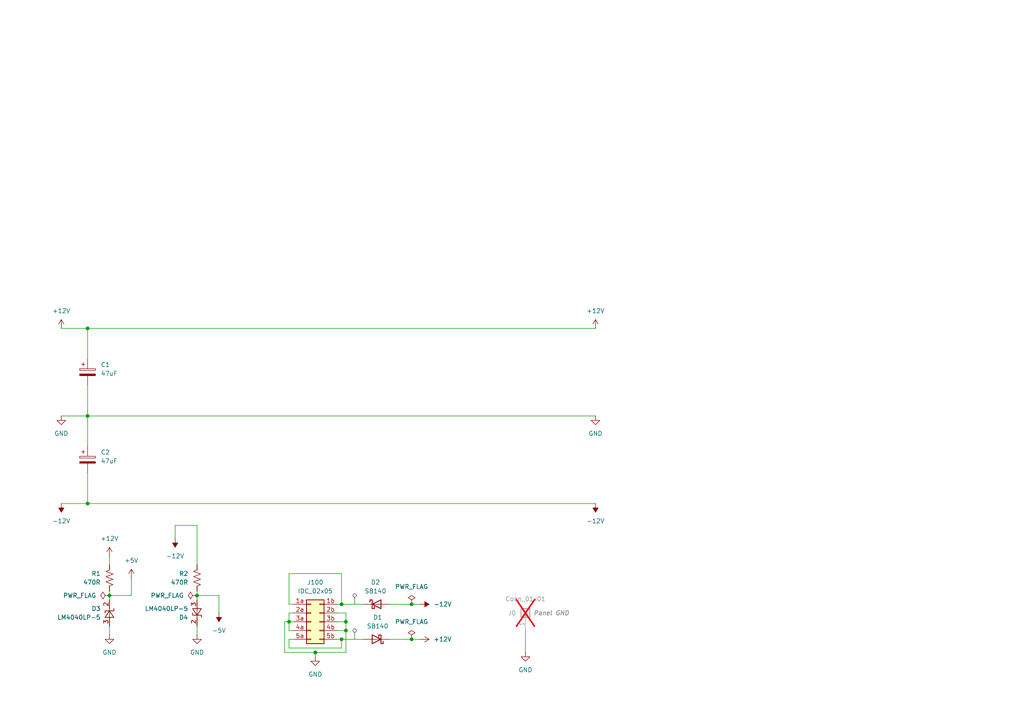
<source format=kicad_sch>
(kicad_sch (version 20250114) (generator "eeschema") (generator_version "9.0")
  (paper "A4")
  (title_block (title "Power Distribution") (company "DMH Instruments") (comment 1 "PCB for 10cm Kosmo format synthesizer module"))
  (lib_symbols
    (symbol "Connector_Generic:Conn_01x01" (pin_names (offset 1.016) (hide yes))
      (property "Reference" "J" (at 0 2.54 0))
      (property "Value" "Conn_01x01" (at 0 -2.54 0))
      (symbol "Conn_01x01_1_1"
        (rectangle (start -1.27 1.27) (end 1.27 -1.27) (stroke (width 0.254)) (fill (type background)))
        (rectangle (start -1.27 0.127) (end 0 -0.127) (stroke (width 0.1524)))
        (pin passive line (at -5.08 0 0) (length 3.81) (name "Pin_1") (number "1"))
      )
    )
    (symbol "Device:C_Polarized" (pin_numbers (hide yes)) (pin_names (offset 0.254))
      (property "Reference" "C" (at 0.635 2.54 0))
      (property "Value" "C_Polarized" (at 0.635 -2.54 0))
      (symbol "C_Polarized_0_1"
        (rectangle (start -2.286 0.508) (end 2.286 1.016))
        (polyline (pts (xy -1.778 2.286) (xy -0.762 2.286)))
        (polyline (pts (xy -1.27 2.794) (xy -1.27 1.778)))
        (rectangle (start 2.286 -0.508) (end -2.286 -1.016) (fill (type outline)))
      )
      (symbol "C_Polarized_1_1"
        (pin passive line (at 0 3.81 270) (length 2.794) (name "~") (number "1"))
        (pin passive line (at 0 -3.81 90) (length 2.794) (name "~") (number "2"))
      )
    )
    (symbol "Device:R_US" (pin_numbers (hide yes)) (pin_names (offset 0))
      (property "Reference" "R" (at 2.54 0 90))
      (property "Value" "R_US" (at -2.54 0 90))
      (symbol "R_US_0_1"
        (polyline (pts (xy 0 2.286) (xy 0 2.54)))
        (polyline (pts (xy 0 2.286) (xy 1.016 1.905) (xy 0 1.524) (xy -1.016 1.143) (xy 0 0.762)))
        (polyline (pts (xy 0 0.762) (xy 1.016 0.381) (xy 0 0) (xy -1.016 -0.381) (xy 0 -0.762)))
        (polyline (pts (xy 0 -0.762) (xy 1.016 -1.143) (xy 0 -1.524) (xy -1.016 -1.905) (xy 0 -2.286)))
        (polyline (pts (xy 0 -2.286) (xy 0 -2.54)))
      )
      (symbol "R_US_1_1"
        (pin passive line (at 0 3.81 270) (length 1.27) (name "~") (number "1"))
        (pin passive line (at 0 -3.81 90) (length 1.27) (name "~") (number "2"))
      )
    )
    (symbol "Diode:SB140" (pin_numbers (hide yes)) (pin_names (offset 1.016) (hide yes))
      (property "Reference" "D" (at 0 2.54 0))
      (property "Value" "SB140" (at 0 -2.54 0))
      (symbol "SB140_0_1"
        (polyline (pts (xy -1.905 0.635) (xy -1.905 1.27) (xy -1.27 1.27) (xy -1.27 -1.27) (xy -0.635 -1.27) (xy -0.635 -0.635)) (stroke (width 0.254)))
        (polyline (pts (xy 1.27 1.27) (xy 1.27 -1.27) (xy -1.27 0) (xy 1.27 1.27)) (stroke (width 0.254)))
        (polyline (pts (xy 1.27 0) (xy -1.27 0)))
      )
      (symbol "SB140_1_1"
        (pin passive line (at -3.81 0 0) (length 2.54) (name "K") (number "1"))
        (pin passive line (at 3.81 0 180) (length 2.54) (name "A") (number "2"))
      )
    )
    (symbol "Reference_Voltage:LM4040LP-5" (pin_names (offset 0.0254) (hide yes))
      (property "Reference" "U" (at 0 2.54 0))
      (property "Value" "LM4040LP-5" (at 0 -3.175 0))
      (symbol "LM4040LP-5_0_1"
        (polyline (pts (xy -1.27 0) (xy 0 0) (xy 1.27 0)))
        (polyline (pts (xy -1.27 -1.27) (xy 0.635 0) (xy -1.27 1.27) (xy -1.27 -1.27)) (stroke (width 0.2032)))
        (polyline (pts (xy 0 -1.27) (xy 0.635 -1.27) (xy 0.635 1.27) (xy 1.27 1.27)) (stroke (width 0.2032)))
      )
      (symbol "LM4040LP-5_1_1"
        (pin passive line (at -3.81 0 0) (length 2.54) (name "A") (number "3"))
        (pin passive line (at 3.81 0 180) (length 2.54) (name "K") (number "2"))
      )
    )
    (symbol "SynthStuff:Eurorack_Power_Connector_10Pin" (pin_names (offset 1.016) (hide yes))
      (property "Reference" "J" (at 0 -10.922 0))
      (property "Value" "IDC_02x05" (at 0 -8.382 0))
      (symbol "Eurorack_Power_Connector_10Pin_1_1"
        (rectangle (start -2.54 6.35) (end 2.54 -6.35) (stroke (width 0.254)) (fill (type background)))
        (rectangle (start -2.54 5.207) (end -1.27 4.953) (stroke (width 0.1524)))
        (rectangle (start -2.54 2.667) (end -1.27 2.413) (stroke (width 0.1524)))
        (rectangle (start -2.54 0.127) (end -1.27 -0.127) (stroke (width 0.1524)))
        (rectangle (start -2.54 -2.413) (end -1.27 -2.667) (stroke (width 0.1524)))
        (rectangle (start -2.54 -4.953) (end -1.27 -5.207) (stroke (width 0.1524)))
        (rectangle (start 2.54 5.207) (end 1.27 4.953) (stroke (width 0.1524)))
        (rectangle (start 2.54 2.667) (end 1.27 2.413) (stroke (width 0.1524)))
        (rectangle (start 2.54 0.127) (end 1.27 -0.127) (stroke (width 0.1524)))
        (rectangle (start 2.54 -2.413) (end 1.27 -2.667) (stroke (width 0.1524)))
        (rectangle (start 2.54 -4.953) (end 1.27 -5.207) (stroke (width 0.1524)))
        (pin power_out line (at -6.35 5.08 0) (length 3.81) (name "Pin_1a") (number "1a"))
        (pin power_out line (at -6.35 2.54 0) (length 3.81) (name "Pin_2a") (number "2a"))
        (pin passive line (at -6.35 0 0) (length 3.81) (name "Pin_3a") (number "3a"))
        (pin passive line (at -6.35 -2.54 0) (length 3.81) (name "Pin_4a") (number "4a"))
        (pin power_out line (at -6.35 -5.08 0) (length 3.81) (name "Pin_5a") (number "5a"))
        (pin passive line (at 6.35 5.08 180) (length 3.81) (name "Pin_1b") (number "1b"))
        (pin passive line (at 6.35 2.54 180) (length 3.81) (name "Pin_2b") (number "2b"))
        (pin passive line (at 6.35 0 180) (length 3.81) (name "Pin_3b") (number "3b"))
        (pin passive line (at 6.35 -2.54 180) (length 3.81) (name "Pin_4b") (number "4b"))
        (pin passive line (at 6.35 -5.08 180) (length 3.81) (name "Pin_5b") (number "5b"))
      )
    )
    (symbol "power:+12V" (power) (pin_numbers (hide yes)) (pin_names (offset 0) (hide yes))
      (property "Value" "+12V" (at 0 3.556 0))
      (symbol "+12V_0_1"
        (polyline (pts (xy -0.762 1.27) (xy 0 2.54)))
        (polyline (pts (xy 0 2.54) (xy 0.762 1.27)))
        (polyline (pts (xy 0 0) (xy 0 2.54)))
      )
      (symbol "+12V_1_1"
        (pin power_in line (at 0 0 90) (length 0) (name "~") (number "1"))
      )
    )
    (symbol "power:+5V" (power) (pin_numbers (hide yes)) (pin_names (offset 0) (hide yes))
      (property "Value" "+5V" (at 0 3.556 0))
      (symbol "+5V_0_1"
        (polyline (pts (xy -0.762 1.27) (xy 0 2.54)))
        (polyline (pts (xy 0 2.54) (xy 0.762 1.27)))
        (polyline (pts (xy 0 0) (xy 0 2.54)))
      )
      (symbol "+5V_1_1"
        (pin power_in line (at 0 0 90) (length 0) (name "~") (number "1"))
      )
    )
    (symbol "power:-12V" (power) (pin_numbers (hide yes)) (pin_names (offset 0) (hide yes))
      (property "Value" "-12V" (at 0 3.556 0))
      (symbol "-12V_0_0"
        (pin power_in line (at 0 0 90) (length 0) (name "~") (number "1"))
      )
      (symbol "-12V_0_1"
        (polyline (pts (xy 0 0) (xy 0 1.27) (xy 0.762 1.27) (xy 0 2.54) (xy -0.762 1.27) (xy 0 1.27)) (fill (type outline)))
      )
    )
    (symbol "power:-5V" (power) (pin_numbers (hide yes)) (pin_names (offset 0) (hide yes))
      (property "Value" "-5V" (at 0 3.556 0))
      (symbol "-5V_0_0"
        (pin power_in line (at 0 0 90) (length 0) (name "~") (number "1"))
      )
      (symbol "-5V_0_1"
        (polyline (pts (xy 0 0) (xy 0 1.27) (xy 0.762 1.27) (xy 0 2.54) (xy -0.762 1.27) (xy 0 1.27)) (fill (type outline)))
      )
    )
    (symbol "power:GND" (power) (pin_numbers (hide yes)) (pin_names (offset 0) (hide yes))
      (property "Value" "GND" (at 0 -3.81 0))
      (symbol "GND_0_1"
        (polyline (pts (xy 0 0) (xy 0 -1.27) (xy 1.27 -1.27) (xy 0 -2.54) (xy -1.27 -1.27) (xy 0 -1.27)))
      )
      (symbol "GND_1_1"
        (pin power_in line (at 0 0 270) (length 0) (name "~") (number "1"))
      )
    )
    (symbol "power:PWR_FLAG" (power) (pin_numbers (hide yes)) (pin_names (offset 0) (hide yes))
      (property "Value" "PWR_FLAG" (at 0 3.81 0))
      (symbol "PWR_FLAG_0_0"
        (pin power_out line (at 0 0 90) (length 0) (name "~") (number "1"))
      )
      (symbol "PWR_FLAG_0_1"
        (polyline (pts (xy 0 0) (xy 0 1.27) (xy -1.016 1.905) (xy 0 2.54) (xy 1.016 1.905) (xy 0 1.27)))
      )
    )
  )
  (junction (at 119.38 175.26))
  (junction (at 25.4 146.05))
  (junction (at 100.33 182.88))
  (junction (at 57.15 172.72))
  (junction (at 99.06 175.26))
  (junction (at 83.82 180.34))
  (junction (at 119.38 185.42))
  (junction (at 99.06 185.42))
  (junction (at 31.75 172.72))
  (junction (at 100.33 180.34))
  (junction (at 25.4 120.65))
  (junction (at 25.4 95.25))
  (junction (at 91.44 189.23))
  (wire (pts (xy 83.82 175.26) (xy 83.82 166.37)))
  (wire (pts (xy 100.33 182.88) (xy 100.33 180.34)))
  (wire (pts (xy 25.4 146.05) (xy 172.72 146.05)))
  (wire (pts (xy 100.33 177.8) (xy 100.33 180.34)))
  (wire (pts (xy 63.5 172.72) (xy 57.15 172.72)))
  (wire (pts (xy 99.06 166.37) (xy 99.06 175.26)))
  (wire (pts (xy 17.78 120.65) (xy 25.4 120.65)))
  (wire (pts (xy 83.82 180.34) (xy 85.09 180.34)))
  (wire (pts (xy 38.1 172.72) (xy 31.75 172.72)))
  (wire (pts (xy 99.06 185.42) (xy 105.41 185.42)))
  (wire (pts (xy 97.79 177.8) (xy 100.33 177.8)))
  (wire (pts (xy 57.15 181.61) (xy 57.15 184.15)))
  (wire (pts (xy 83.82 180.34) (xy 83.82 177.8)))
  (wire (pts (xy 31.75 171.45) (xy 31.75 172.72)))
  (wire (pts (xy 113.03 185.42) (xy 119.38 185.42)))
  (wire (pts (xy 99.06 187.96) (xy 99.06 185.42)))
  (wire (pts (xy 91.44 189.23) (xy 100.33 189.23)))
  (wire (pts (xy 25.4 95.25) (xy 25.4 104.14)))
  (wire (pts (xy 83.82 166.37) (xy 99.06 166.37)))
  (wire (pts (xy 99.06 175.26) (xy 105.41 175.26)))
  (wire (pts (xy 119.38 175.26) (xy 121.92 175.26)))
  (wire (pts (xy 100.33 189.23) (xy 100.33 182.88)))
  (wire (pts (xy 17.78 95.25) (xy 25.4 95.25)))
  (wire (pts (xy 83.82 187.96) (xy 99.06 187.96)))
  (wire (pts (xy 31.75 172.72) (xy 31.75 173.99)))
  (wire (pts (xy 31.75 181.61) (xy 31.75 184.15)))
  (wire (pts (xy 63.5 172.72) (xy 63.5 177.8)))
  (wire (pts (xy 25.4 95.25) (xy 172.72 95.25)))
  (wire (pts (xy 85.09 175.26) (xy 83.82 175.26)))
  (wire (pts (xy 97.79 185.42) (xy 99.06 185.42)))
  (wire (pts (xy 83.82 177.8) (xy 85.09 177.8)))
  (wire (pts (xy 152.4 182.88) (xy 152.4 189.23)))
  (wire (pts (xy 119.38 185.42) (xy 121.92 185.42)))
  (wire (pts (xy 85.09 182.88) (xy 83.82 182.88)))
  (wire (pts (xy 50.8 152.4) (xy 50.8 156.21)))
  (wire (pts (xy 83.82 182.88) (xy 83.82 180.34)))
  (wire (pts (xy 31.75 161.29) (xy 31.75 163.83)))
  (wire (pts (xy 25.4 111.76) (xy 25.4 120.65)))
  (wire (pts (xy 25.4 120.65) (xy 25.4 129.54)))
  (wire (pts (xy 85.09 185.42) (xy 83.82 185.42)))
  (wire (pts (xy 57.15 172.72) (xy 57.15 173.99)))
  (wire (pts (xy 38.1 167.64) (xy 38.1 172.72)))
  (wire (pts (xy 57.15 152.4) (xy 50.8 152.4)))
  (wire (pts (xy 97.79 175.26) (xy 99.06 175.26)))
  (wire (pts (xy 91.44 189.23) (xy 91.44 190.5)))
  (wire (pts (xy 57.15 152.4) (xy 57.15 163.83)))
  (wire (pts (xy 57.15 171.45) (xy 57.15 172.72)))
  (wire (pts (xy 83.82 185.42) (xy 83.82 187.96)))
  (wire (pts (xy 97.79 180.34) (xy 100.33 180.34)))
  (wire (pts (xy 25.4 137.16) (xy 25.4 146.05)))
  (wire (pts (xy 97.79 182.88) (xy 100.33 182.88)))
  (wire (pts (xy 113.03 175.26) (xy 119.38 175.26)))
  (wire (pts (xy 83.82 180.34) (xy 82.55 180.34)))
  (wire (pts (xy 82.55 189.23) (xy 91.44 189.23)))
  (wire (pts (xy 17.78 146.05) (xy 25.4 146.05)))
  (wire (pts (xy 82.55 180.34) (xy 82.55 189.23)))
  (wire (pts (xy 25.4 120.65) (xy 172.72 120.65)))
  (netclass_flag "" (length 2.54) (shape round) (at 102.87 175.26 0) (property "Netclass" "Power" (effects (hide yes))))
  (netclass_flag "" (length 2.54) (shape round) (at 102.87 185.42 0) (property "Netclass" "Power" (effects (hide yes))))
  (symbol (lib_id "Diode:SB140") (at 109.22 175.26 0) (unit 1)
    (property "Reference" "D2" (at 108.9025 168.91 0))
    (property "Value" "SB140" (at 108.9025 171.45 0))
    (property "Footprint" "Diode_THT:D_DO-41_SOD81_P10.16mm_Horizontal" (effects (hide yes)))
    (property "Datasheet" "http://www.diodes.com/_files/datasheets/ds23022.pdf" (effects (hide yes)))
    (property "Description" "40V 1A Schottky Barrier Rectifier Diode, DO-41" (effects (hide yes)))
  )
  (symbol (lib_id "Device:C_Polarized") (at 25.4 133.35 0) (unit 1)
    (property "Reference" "C2" (at 29.21 131.1909 0) (effects (justify left)))
    (property "Value" "47uF" (at 29.21 133.7309 0) (effects (justify left)))
    (property "Footprint" "Capacitor_THT:CP_Radial_D5.0mm_P2.00mm" (effects (hide yes)))
    (property "Description" "Polarized capacitor" (effects (hide yes)))
  )
  (symbol (lib_id "power:+12V") (at 17.78 95.25 0) (unit 1)
    (property "Reference" "#PWR013" (effects (hide yes)))
    (property "Value" "+12V" (at 17.78 90.17 0))
    (property "Description" "Power symbol creates a global label with name \"+12V\"" (effects (hide yes)))
  )
  (symbol (lib_id "Reference_Voltage:LM4040LP-5") (at 57.15 177.8 270) (unit 1)
    (property "Reference" "D4" (at 54.61 179.0701 90) (effects (justify right)))
    (property "Value" "LM4040LP-5" (at 54.61 176.5301 90) (effects (justify right)))
    (property "Footprint" "Package_TO_SOT_THT:TO-92_Inline" (effects (hide yes)))
    (property "Datasheet" "http://www.ti.com/lit/ds/symlink/lm4040-n.pdf" (effects (hide yes)))
    (property "Description" "5.000V Precision Micropower Shunt Voltage Reference, TO-92" (effects (hide yes)))
  )
  (symbol (lib_id "power:-12V") (at 121.92 175.26 270) (unit 1)
    (property "Reference" "#PWR06" (effects (hide yes)))
    (property "Value" "-12V" (at 125.73 175.2599 90) (effects (justify left)))
    (property "Description" "Power symbol creates a global label with name \"-12V\"" (effects (hide yes)))
  )
  (symbol (lib_id "power:-12V") (at 17.78 146.05 180) (unit 1)
    (property "Reference" "#PWR017" (effects (hide yes)))
    (property "Value" "-12V" (at 17.78 151.13 0))
    (property "Description" "Power symbol creates a global label with name \"-12V\"" (effects (hide yes)))
  )
  (symbol (lib_id "Device:R_US") (at 31.75 167.64 0) (mirror y) (unit 1) (on_board no)
    (property "Reference" "R1" (at 29.21 166.3699 0) (effects (justify left)))
    (property "Value" "470R" (at 29.21 168.9099 0) (effects (justify left)))
    (property "Footprint" "Resistor_THT:R_Axial_DIN0207_L6.3mm_D2.5mm_P7.62mm_Horizontal" (effects (hide yes)))
    (property "Description" "Resistor, US symbol" (effects (hide yes)))
  )
  (symbol (lib_id "power:GND") (at 152.4 189.23 0) (unit 1)
    (property "Reference" "#PWR08" (effects (hide yes)))
    (property "Value" "GND" (at 152.4 194.31 0))
    (property "Description" "Power symbol creates a global label with name \"GND\" , ground" (effects (hide yes)))
  )
  (symbol (lib_id "power:GND") (at 57.15 184.15 0) (unit 1)
    (property "Reference" "#PWR010" (effects (hide yes)))
    (property "Value" "GND" (at 57.15 189.23 0))
    (property "Description" "Power symbol creates a global label with name \"GND\" , ground" (effects (hide yes)))
  )
  (symbol (lib_id "power:-5V") (at 63.5 177.8 180) (unit 1)
    (property "Reference" "#PWR04" (effects (hide yes)))
    (property "Value" "-5V" (at 63.5 182.88 0))
    (property "Description" "Power symbol creates a global label with name \"-5V\"" (effects (hide yes)))
  )
  (symbol (lib_id "Connector_Generic:Conn_01x01") (at 152.4 177.8 90) (unit 1) (in_bom no) (dnp yes)
    (property "Reference" "J0" (at 147.32 177.8 90) (effects (justify right)))
    (property "Value" "Conn_01x01" (at 152.4 173.736 90))
    (property "Footprint" "Connector_PinHeader_2.54mm:PinHeader_1x01_P2.54mm_Vertical" (effects (hide yes)))
    (property "Description" "Generic connector, single row, 01x01, script generated (kicad-library-utils/schlib/autogen/connector/)" (effects (hide yes)))
    (property "Function" "Panel GND" (at 160.02 177.8 90) (effects (font (thickness 0.254) (bold yes) (italic yes))))
  )
  (symbol (lib_id "power:+12V") (at 121.92 185.42 270) (unit 1)
    (property "Reference" "#PWR07" (effects (hide yes)))
    (property "Value" "+12V" (at 125.73 185.4199 90) (effects (justify left)))
    (property "Description" "Power symbol creates a global label with name \"+12V\"" (effects (hide yes)))
  )
  (symbol (lib_id "power:-12V") (at 50.8 156.21 180) (unit 1)
    (property "Reference" "#PWR01" (effects (hide yes)))
    (property "Value" "-12V" (at 50.8 161.29 0))
    (property "Description" "Power symbol creates a global label with name \"-12V\"" (effects (hide yes)))
  )
  (symbol (lib_id "Reference_Voltage:LM4040LP-5") (at 31.75 177.8 270) (mirror x) (unit 1)
    (property "Reference" "D3" (at 29.21 176.5299 90) (effects (justify right)))
    (property "Value" "LM4040LP-5" (at 29.21 179.0699 90) (effects (justify right)))
    (property "Footprint" "Package_TO_SOT_THT:TO-92_Inline" (effects (hide yes)))
    (property "Datasheet" "http://www.ti.com/lit/ds/symlink/lm4040-n.pdf" (effects (hide yes)))
    (property "Description" "5.000V Precision Micropower Shunt Voltage Reference, TO-92" (effects (hide yes)))
  )
  (symbol (lib_id "power:GND") (at 31.75 184.15 0) (unit 1)
    (property "Reference" "#PWR09" (effects (hide yes)))
    (property "Value" "GND" (at 31.75 189.23 0))
    (property "Description" "Power symbol creates a global label with name \"GND\" , ground" (effects (hide yes)))
  )
  (symbol (lib_id "Device:R_US") (at 57.15 167.64 0) (mirror y) (unit 1) (on_board no)
    (property "Reference" "R2" (at 54.61 166.3699 0) (effects (justify left)))
    (property "Value" "470R" (at 54.61 168.9099 0) (effects (justify left)))
    (property "Footprint" "Resistor_THT:R_Axial_DIN0207_L6.3mm_D2.5mm_P7.62mm_Horizontal" (effects (hide yes)))
    (property "Description" "Resistor, US symbol" (effects (hide yes)))
  )
  (symbol (lib_id "power:GND") (at 17.78 120.65 0) (unit 1)
    (property "Reference" "#PWR015" (effects (hide yes)))
    (property "Value" "GND" (at 17.78 125.73 0))
    (property "Description" "Power symbol creates a global label with name \"GND\" , ground" (effects (hide yes)))
  )
  (symbol (lib_id "power:+5V") (at 38.1 167.64 0) (unit 1)
    (property "Reference" "#PWR03" (effects (hide yes)))
    (property "Value" "+5V" (at 38.1 162.56 0))
    (property "Description" "Power symbol creates a global label with name \"+5V\"" (effects (hide yes)))
  )
  (symbol (lib_id "power:+12V") (at 31.75 161.29 0) (unit 1)
    (property "Reference" "#PWR02" (effects (hide yes)))
    (property "Value" "+12V" (at 31.75 156.21 0))
    (property "Description" "Power symbol creates a global label with name \"+12V\"" (effects (hide yes)))
  )
  (symbol (lib_id "power:+12V") (at 172.72 95.25 0) (unit 1)
    (property "Reference" "#PWR014" (effects (hide yes)))
    (property "Value" "+12V" (at 172.72 90.17 0))
    (property "Description" "Power symbol creates a global label with name \"+12V\"" (effects (hide yes)))
  )
  (symbol (lib_id "power:GND") (at 172.72 120.65 0) (unit 1)
    (property "Reference" "#PWR016" (effects (hide yes)))
    (property "Value" "GND" (at 172.72 125.73 0))
    (property "Description" "Power symbol creates a global label with name \"GND\" , ground" (effects (hide yes)))
  )
  (symbol (lib_id "power:GND") (at 91.44 190.5 0) (unit 1)
    (property "Reference" "#PWR05" (effects (hide yes)))
    (property "Value" "GND" (at 91.44 195.58 0))
    (property "Description" "Power symbol creates a global label with name \"GND\" , ground" (effects (hide yes)))
  )
  (symbol (lib_id "power:PWR_FLAG") (at 119.38 175.26 0) (unit 1)
    (property "Reference" "#FLG04" (effects (hide yes)))
    (property "Value" "PWR_FLAG" (at 119.38 170.18 0))
    (property "Description" "Special symbol for telling ERC where power comes from" (effects (hide yes)))
  )
  (symbol (lib_id "power:PWR_FLAG") (at 57.15 172.72 90) (unit 1)
    (property "Reference" "#FLG02" (effects (hide yes)))
    (property "Value" "PWR_FLAG" (at 53.34 172.7199 90) (effects (justify left)))
    (property "Description" "Special symbol for telling ERC where power comes from" (effects (hide yes)))
  )
  (symbol (lib_id "power:PWR_FLAG") (at 119.38 185.42 0) (unit 1)
    (property "Reference" "#FLG05" (effects (hide yes)))
    (property "Value" "PWR_FLAG" (at 119.38 180.34 0))
    (property "Description" "Special symbol for telling ERC where power comes from" (effects (hide yes)))
  )
  (symbol (lib_id "power:PWR_FLAG") (at 31.75 172.72 90) (unit 1)
    (property "Reference" "#FLG01" (effects (hide yes)))
    (property "Value" "PWR_FLAG" (at 27.94 172.7199 90) (effects (justify left)))
    (property "Description" "Special symbol for telling ERC where power comes from" (effects (hide yes)))
  )
  (symbol (lib_id "Diode:SB140") (at 109.22 185.42 180) (unit 1)
    (property "Reference" "D1" (at 109.5375 179.07 0))
    (property "Value" "SB140" (at 109.5375 181.61 0))
    (property "Footprint" "Diode_THT:D_DO-41_SOD81_P10.16mm_Horizontal" (effects (hide yes)))
    (property "Datasheet" "http://www.diodes.com/_files/datasheets/ds23022.pdf" (effects (hide yes)))
    (property "Description" "40V 1A Schottky Barrier Rectifier Diode, DO-41" (effects (hide yes)))
  )
  (symbol (lib_id "SynthStuff:Eurorack_Power_Connector_10Pin") (at 91.44 180.34 0) (unit 1)
    (property "Reference" "J100" (at 91.44 168.91 0))
    (property "Value" "IDC_02x05" (at 91.44 171.45 0))
    (property "Footprint" "SynthStuff:IDC-Header_2x05_P2.54mm_Vertical_Eurorack" (effects (hide yes)))
    (property "Description" "IDC jack, 2x5 pins, row a carries same signals as row b." (effects (hide yes)))
  )
  (symbol (lib_id "Device:C_Polarized") (at 25.4 107.95 0) (unit 1)
    (property "Reference" "C1" (at 29.21 105.7909 0) (effects (justify left)))
    (property "Value" "47uF" (at 29.21 108.3309 0) (effects (justify left)))
    (property "Footprint" "Capacitor_THT:CP_Radial_D5.0mm_P2.00mm" (effects (hide yes)))
    (property "Description" "Polarized capacitor" (effects (hide yes)))
  )
  (symbol (lib_id "power:-12V") (at 172.72 146.05 180) (unit 1)
    (property "Reference" "#PWR018" (effects (hide yes)))
    (property "Value" "-12V" (at 172.72 151.13 0))
    (property "Description" "Power symbol creates a global label with name \"-12V\"" (effects (hide yes)))
  )
)
</source>
